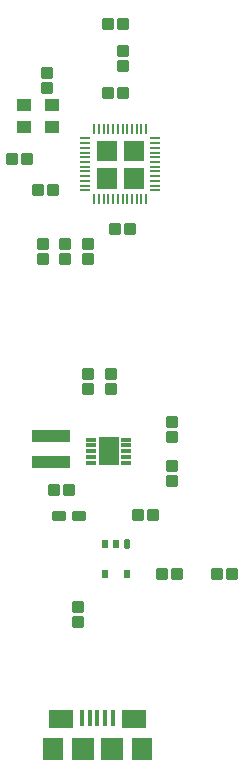
<source format=gbr>
%TF.GenerationSoftware,KiCad,Pcbnew,(5.99.0-10483-ga6ad7a4a70)*%
%TF.CreationDate,2021-05-18T08:29:19+02:00*%
%TF.ProjectId,quadkey,71756164-6b65-4792-9e6b-696361645f70,rev?*%
%TF.SameCoordinates,Original*%
%TF.FileFunction,Paste,Top*%
%TF.FilePolarity,Positive*%
%FSLAX46Y46*%
G04 Gerber Fmt 4.6, Leading zero omitted, Abs format (unit mm)*
G04 Created by KiCad (PCBNEW (5.99.0-10483-ga6ad7a4a70)) date 2021-05-18 08:29:19*
%MOMM*%
%LPD*%
G01*
G04 APERTURE LIST*
G04 Aperture macros list*
%AMRoundRect*
0 Rectangle with rounded corners*
0 $1 Rounding radius*
0 $2 $3 $4 $5 $6 $7 $8 $9 X,Y pos of 4 corners*
0 Add a 4 corners polygon primitive as box body*
4,1,4,$2,$3,$4,$5,$6,$7,$8,$9,$2,$3,0*
0 Add four circle primitives for the rounded corners*
1,1,$1+$1,$2,$3*
1,1,$1+$1,$4,$5*
1,1,$1+$1,$6,$7*
1,1,$1+$1,$8,$9*
0 Add four rect primitives between the rounded corners*
20,1,$1+$1,$2,$3,$4,$5,0*
20,1,$1+$1,$4,$5,$6,$7,0*
20,1,$1+$1,$6,$7,$8,$9,0*
20,1,$1+$1,$8,$9,$2,$3,0*%
G04 Aperture macros list end*
%ADD10C,0.010000*%
%ADD11RoundRect,0.250000X0.250000X0.300000X-0.250000X0.300000X-0.250000X-0.300000X0.250000X-0.300000X0*%
%ADD12R,1.210000X1.010000*%
%ADD13RoundRect,0.137500X-0.137500X-0.262500X0.137500X-0.262500X0.137500X0.262500X-0.137500X0.262500X0*%
%ADD14R,0.550000X0.800000*%
%ADD15RoundRect,0.250000X-0.300000X0.250000X-0.300000X-0.250000X0.300000X-0.250000X0.300000X0.250000X0*%
%ADD16R,0.398780X1.348740*%
%ADD17R,2.098040X1.597660*%
%ADD18R,1.798320X1.899920*%
%ADD19R,1.899920X1.899920*%
%ADD20RoundRect,0.250000X0.300000X-0.250000X0.300000X0.250000X-0.300000X0.250000X-0.300000X-0.250000X0*%
%ADD21RoundRect,0.250000X-0.250000X-0.300000X0.250000X-0.300000X0.250000X0.300000X-0.250000X0.300000X0*%
%ADD22R,0.220000X0.810000*%
%ADD23R,0.810000X0.220000*%
%ADD24R,0.812800X0.304800*%
%ADD25R,1.651000X2.387600*%
%ADD26RoundRect,0.212500X0.400000X0.212500X-0.400000X0.212500X-0.400000X-0.212500X0.400000X-0.212500X0*%
%ADD27R,3.200000X1.000000*%
G04 APERTURE END LIST*
D10*
%TO.C,U3*%
X98085000Y-68835000D02*
X98085000Y-67205000D01*
X98085000Y-67205000D02*
X99715000Y-67205000D01*
X99715000Y-67205000D02*
X99715000Y-68835000D01*
X99715000Y-68835000D02*
X98085000Y-68835000D01*
G36*
X99715000Y-68835000D02*
G01*
X98085000Y-68835000D01*
X98085000Y-67205000D01*
X99715000Y-67205000D01*
X99715000Y-68835000D01*
G37*
X99715000Y-68835000D02*
X98085000Y-68835000D01*
X98085000Y-67205000D01*
X99715000Y-67205000D01*
X99715000Y-68835000D01*
X98085000Y-66535000D02*
X98085000Y-64905000D01*
X98085000Y-64905000D02*
X99715000Y-64905000D01*
X99715000Y-64905000D02*
X99715000Y-66535000D01*
X99715000Y-66535000D02*
X98085000Y-66535000D01*
G36*
X99715000Y-66535000D02*
G01*
X98085000Y-66535000D01*
X98085000Y-64905000D01*
X99715000Y-64905000D01*
X99715000Y-66535000D01*
G37*
X99715000Y-66535000D02*
X98085000Y-66535000D01*
X98085000Y-64905000D01*
X99715000Y-64905000D01*
X99715000Y-66535000D01*
X100385000Y-68835000D02*
X100385000Y-67205000D01*
X100385000Y-67205000D02*
X102015000Y-67205000D01*
X102015000Y-67205000D02*
X102015000Y-68835000D01*
X102015000Y-68835000D02*
X100385000Y-68835000D01*
G36*
X102015000Y-68835000D02*
G01*
X100385000Y-68835000D01*
X100385000Y-67205000D01*
X102015000Y-67205000D01*
X102015000Y-68835000D01*
G37*
X102015000Y-68835000D02*
X100385000Y-68835000D01*
X100385000Y-67205000D01*
X102015000Y-67205000D01*
X102015000Y-68835000D01*
X100385000Y-66535000D02*
X100385000Y-64905000D01*
X100385000Y-64905000D02*
X102015000Y-64905000D01*
X102015000Y-64905000D02*
X102015000Y-66535000D01*
X102015000Y-66535000D02*
X100385000Y-66535000D01*
G36*
X102015000Y-66535000D02*
G01*
X100385000Y-66535000D01*
X100385000Y-64905000D01*
X102015000Y-64905000D01*
X102015000Y-66535000D01*
G37*
X102015000Y-66535000D02*
X100385000Y-66535000D01*
X100385000Y-64905000D01*
X102015000Y-64905000D01*
X102015000Y-66535000D01*
%TD*%
D11*
%TO.C,C12*%
X93855000Y-60365000D03*
X93855000Y-59095000D03*
%TD*%
%TO.C,C3*%
X99255000Y-85895000D03*
X99255000Y-84625000D03*
%TD*%
D12*
%TO.C,Y1*%
X91880000Y-63700000D03*
X94240000Y-63700000D03*
X94240000Y-61840000D03*
X91880000Y-61840000D03*
%TD*%
D13*
%TO.C,U1*%
X100642500Y-98977500D03*
D14*
X99692500Y-98977500D03*
X98742500Y-98977500D03*
X98742500Y-101577500D03*
X100642500Y-101577500D03*
%TD*%
D11*
%TO.C,C4*%
X97345000Y-85895000D03*
X97345000Y-84625000D03*
%TD*%
D15*
%TO.C,R2*%
X102850000Y-96600000D03*
X101580000Y-96600000D03*
%TD*%
%TO.C,C1*%
X95745000Y-94445000D03*
X94475000Y-94445000D03*
%TD*%
D16*
%TO.C,J1*%
X96822060Y-113718801D03*
X97472300Y-113718801D03*
X98120000Y-113718801D03*
X98767700Y-113718801D03*
X99417940Y-113718801D03*
D17*
X101218800Y-113843261D03*
D18*
X94320160Y-116390881D03*
X101919840Y-116390881D03*
D17*
X95021200Y-113843261D03*
D19*
X99318880Y-116390881D03*
X96921120Y-116390881D03*
%TD*%
D11*
%TO.C,C7*%
X97360000Y-74910000D03*
X97360000Y-73640000D03*
%TD*%
%TO.C,C2*%
X104405000Y-89915000D03*
X104405000Y-88645000D03*
%TD*%
D20*
%TO.C,C8*%
X93055000Y-69025000D03*
X94325000Y-69025000D03*
%TD*%
D21*
%TO.C,R1*%
X104400000Y-92430000D03*
X104400000Y-93700000D03*
%TD*%
D11*
%TO.C,R5*%
X100300000Y-58580000D03*
X100300000Y-57310000D03*
%TD*%
%TO.C,C6*%
X93530000Y-74860000D03*
X93530000Y-73590000D03*
%TD*%
D22*
%TO.C,U3*%
X97850000Y-69820000D03*
X98250000Y-69820000D03*
X98650000Y-69820000D03*
X99050000Y-69820000D03*
X99450000Y-69820000D03*
X99850000Y-69820000D03*
X100250000Y-69820000D03*
X100650000Y-69820000D03*
X101050000Y-69820000D03*
X101450000Y-69820000D03*
X101850000Y-69820000D03*
X102250000Y-69820000D03*
D23*
X103000000Y-69070000D03*
X103000000Y-68670000D03*
X103000000Y-68270000D03*
X103000000Y-67870000D03*
X103000000Y-67470000D03*
X103000000Y-67070000D03*
X103000000Y-66670000D03*
X103000000Y-66270000D03*
X103000000Y-65870000D03*
X103000000Y-65470000D03*
X103000000Y-65070000D03*
X103000000Y-64670000D03*
D22*
X102250000Y-63920000D03*
X101850000Y-63920000D03*
X101450000Y-63920000D03*
X101050000Y-63920000D03*
X100650000Y-63920000D03*
X100250000Y-63920000D03*
X99850000Y-63920000D03*
X99450000Y-63920000D03*
X99050000Y-63920000D03*
X98650000Y-63920000D03*
X98250000Y-63920000D03*
X97850000Y-63920000D03*
D23*
X97100000Y-64670000D03*
X97100000Y-65070000D03*
X97100000Y-65470000D03*
X97100000Y-65870000D03*
X97100000Y-66270000D03*
X97100000Y-66670000D03*
X97100000Y-67070000D03*
X97100000Y-67470000D03*
X97100000Y-67870000D03*
X97100000Y-68270000D03*
X97100000Y-68670000D03*
X97100000Y-69070000D03*
%TD*%
D15*
%TO.C,R4*%
X109530000Y-101580000D03*
X108260000Y-101580000D03*
%TD*%
D24*
%TO.C,U2*%
X97606800Y-90189400D03*
X97606800Y-90672000D03*
X97606800Y-91180000D03*
X97606800Y-91688000D03*
X97606800Y-92170600D03*
X100553200Y-92170600D03*
X100553200Y-91688000D03*
X100553200Y-91180000D03*
X100553200Y-90672000D03*
X100553200Y-90189400D03*
D25*
X99080000Y-91180000D03*
%TD*%
D15*
%TO.C,C13*%
X92185000Y-66425000D03*
X90915000Y-66425000D03*
%TD*%
D20*
%TO.C,R3*%
X103580000Y-101580000D03*
X104850000Y-101580000D03*
%TD*%
D11*
%TO.C,L1*%
X96510000Y-105660000D03*
X96510000Y-104390000D03*
%TD*%
D15*
%TO.C,C10*%
X100875000Y-72375000D03*
X99605000Y-72375000D03*
%TD*%
D26*
%TO.C,D1*%
X96530000Y-96610000D03*
X94905000Y-96610000D03*
%TD*%
D15*
%TO.C,C11*%
X100280000Y-60840000D03*
X99010000Y-60840000D03*
%TD*%
%TO.C,C14*%
X100270000Y-55030000D03*
X99000000Y-55030000D03*
%TD*%
D27*
%TO.C,L2*%
X94170000Y-92100000D03*
X94170000Y-89900000D03*
%TD*%
D11*
%TO.C,C5*%
X95395000Y-74905000D03*
X95395000Y-73635000D03*
%TD*%
M02*

</source>
